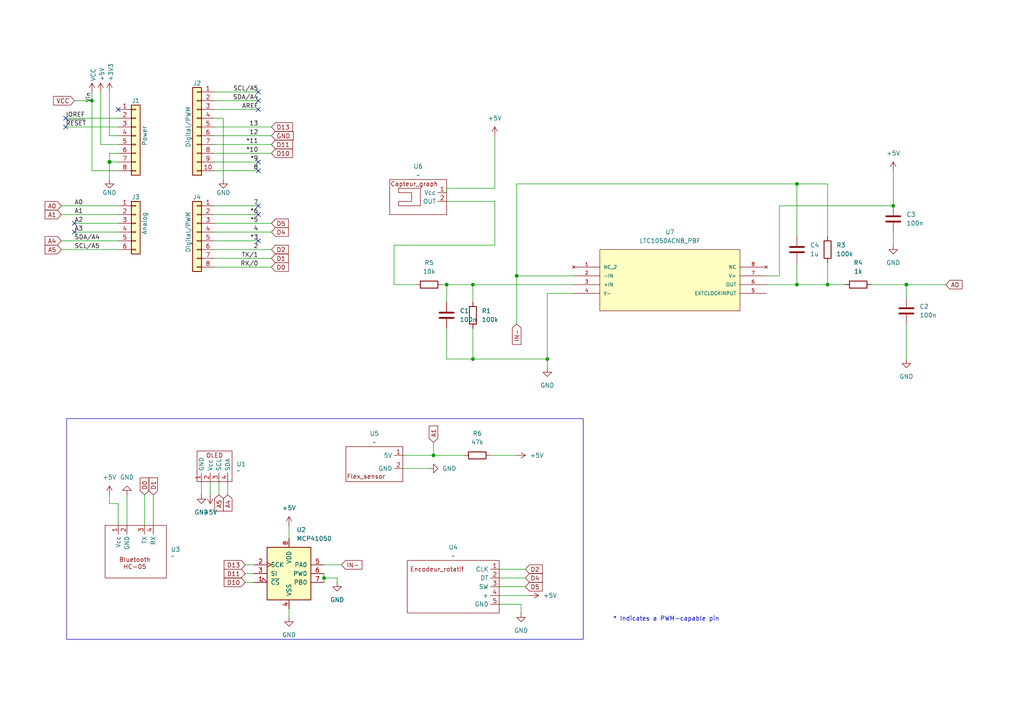
<source format=kicad_sch>
(kicad_sch (version 20231120) (generator "eeschema") (generator_version "8.0")
  (paper "A4")
  (title_block (date "mar. 31 mars 2015"))
  (lib_symbols
    (symbol "+5V_1" (power) (pin_numbers hide) (pin_names (offset 0) hide)
      (property "Value" "+5V" (at 0 3.556 0))
      (symbol "+5V_1_0_1"
        (polyline (pts (xy -0.762 1.27) (xy 0 2.54)))
        (polyline (pts (xy 0 0) (xy 0 2.54)))
        (polyline (pts (xy 0 2.54) (xy 0.762 1.27)))
      )
      (symbol "+5V_1_1_1"
        (pin power_in line (at 0 0 90) (length 0) (name "~") (number "1"))
      )
    )
    (symbol "+5V_2" (power) (pin_numbers hide) (pin_names (offset 0) hide)
      (property "Value" "+5V" (at 0 3.556 0))
      (symbol "+5V_2_0_1"
        (polyline (pts (xy -0.762 1.27) (xy 0 2.54)))
        (polyline (pts (xy 0 0) (xy 0 2.54)))
        (polyline (pts (xy 0 2.54) (xy 0.762 1.27)))
      )
      (symbol "+5V_2_1_1"
        (pin power_in line (at 0 0 90) (length 0) (name "~") (number "1"))
      )
    )
    (symbol "+5V_3" (power) (pin_numbers hide) (pin_names (offset 0) hide)
      (property "Value" "+5V" (at 0 3.556 0))
      (symbol "+5V_3_0_1"
        (polyline (pts (xy -0.762 1.27) (xy 0 2.54)))
        (polyline (pts (xy 0 0) (xy 0 2.54)))
        (polyline (pts (xy 0 2.54) (xy 0.762 1.27)))
      )
      (symbol "+5V_3_1_1"
        (pin power_in line (at 0 0 90) (length 0) (name "~") (number "1"))
      )
    )
    (symbol "+5V_4" (power) (pin_numbers hide) (pin_names (offset 0) hide)
      (property "Value" "+5V" (at 0 3.556 0))
      (symbol "+5V_4_0_1"
        (polyline (pts (xy -0.762 1.27) (xy 0 2.54)))
        (polyline (pts (xy 0 0) (xy 0 2.54)))
        (polyline (pts (xy 0 2.54) (xy 0.762 1.27)))
      )
      (symbol "+5V_4_1_1"
        (pin power_in line (at 0 0 90) (length 0) (name "~") (number "1"))
      )
    )
    (symbol "+5V_5" (power) (pin_numbers hide) (pin_names (offset 0) hide)
      (property "Value" "+5V" (at 0 3.556 0))
      (symbol "+5V_5_0_1"
        (polyline (pts (xy -0.762 1.27) (xy 0 2.54)))
        (polyline (pts (xy 0 0) (xy 0 2.54)))
        (polyline (pts (xy 0 2.54) (xy 0.762 1.27)))
      )
      (symbol "+5V_5_1_1"
        (pin power_in line (at 0 0 90) (length 0) (name "~") (number "1"))
      )
    )
    (symbol "+5V_6" (power) (pin_numbers hide) (pin_names (offset 0) hide)
      (property "Value" "+5V" (at 0 3.556 0))
      (symbol "+5V_6_0_1"
        (polyline (pts (xy -0.762 1.27) (xy 0 2.54)))
        (polyline (pts (xy 0 0) (xy 0 2.54)))
        (polyline (pts (xy 0 2.54) (xy 0.762 1.27)))
      )
      (symbol "+5V_6_1_1"
        (pin power_in line (at 0 0 90) (length 0) (name "~") (number "1"))
      )
    )
    (symbol "+5V_7" (power) (pin_numbers hide) (pin_names (offset 0) hide)
      (property "Value" "+5V" (at 0 3.556 0))
      (symbol "+5V_7_0_1"
        (polyline (pts (xy -0.762 1.27) (xy 0 2.54)))
        (polyline (pts (xy 0 0) (xy 0 2.54)))
        (polyline (pts (xy 0 2.54) (xy 0.762 1.27)))
      )
      (symbol "+5V_7_1_1"
        (pin power_in line (at 0 0 90) (length 0) (name "~") (number "1"))
      )
    )
    (symbol "Connector_Generic:Conn_01x06" (pin_names (offset 1.016) hide)
      (property "Reference" "J" (at 0 7.62 0))
      (property "Value" "Conn_01x06" (at 0 -10.16 0))
      (symbol "Conn_01x06_1_1"
        (rectangle (start -1.27 -7.493) (end 0 -7.747) (stroke (width 0.1524)))
        (rectangle (start -1.27 -4.953) (end 0 -5.207) (stroke (width 0.1524)))
        (rectangle (start -1.27 -2.413) (end 0 -2.667) (stroke (width 0.1524)))
        (rectangle (start -1.27 0.127) (end 0 -0.127) (stroke (width 0.1524)))
        (rectangle (start -1.27 2.667) (end 0 2.413) (stroke (width 0.1524)))
        (rectangle (start -1.27 5.207) (end 0 4.953) (stroke (width 0.1524)))
        (rectangle (start -1.27 6.35) (end 1.27 -8.89) (stroke (width 0.254)) (fill (type background)))
        (pin passive line (at -5.08 5.08 0) (length 3.81) (name "Pin_1") (number "1"))
        (pin passive line (at -5.08 2.54 0) (length 3.81) (name "Pin_2") (number "2"))
        (pin passive line (at -5.08 0 0) (length 3.81) (name "Pin_3") (number "3"))
        (pin passive line (at -5.08 -2.54 0) (length 3.81) (name "Pin_4") (number "4"))
        (pin passive line (at -5.08 -5.08 0) (length 3.81) (name "Pin_5") (number "5"))
        (pin passive line (at -5.08 -7.62 0) (length 3.81) (name "Pin_6") (number "6"))
      )
    )
    (symbol "Connector_Generic:Conn_01x08" (pin_names (offset 1.016) hide)
      (property "Reference" "J" (at 0 10.16 0))
      (property "Value" "Conn_01x08" (at 0 -12.7 0))
      (symbol "Conn_01x08_1_1"
        (rectangle (start -1.27 -10.033) (end 0 -10.287) (stroke (width 0.1524)))
        (rectangle (start -1.27 -7.493) (end 0 -7.747) (stroke (width 0.1524)))
        (rectangle (start -1.27 -4.953) (end 0 -5.207) (stroke (width 0.1524)))
        (rectangle (start -1.27 -2.413) (end 0 -2.667) (stroke (width 0.1524)))
        (rectangle (start -1.27 0.127) (end 0 -0.127) (stroke (width 0.1524)))
        (rectangle (start -1.27 2.667) (end 0 2.413) (stroke (width 0.1524)))
        (rectangle (start -1.27 5.207) (end 0 4.953) (stroke (width 0.1524)))
        (rectangle (start -1.27 7.747) (end 0 7.493) (stroke (width 0.1524)))
        (rectangle (start -1.27 8.89) (end 1.27 -11.43) (stroke (width 0.254)) (fill (type background)))
        (pin passive line (at -5.08 7.62 0) (length 3.81) (name "Pin_1") (number "1"))
        (pin passive line (at -5.08 5.08 0) (length 3.81) (name "Pin_2") (number "2"))
        (pin passive line (at -5.08 2.54 0) (length 3.81) (name "Pin_3") (number "3"))
        (pin passive line (at -5.08 0 0) (length 3.81) (name "Pin_4") (number "4"))
        (pin passive line (at -5.08 -2.54 0) (length 3.81) (name "Pin_5") (number "5"))
        (pin passive line (at -5.08 -5.08 0) (length 3.81) (name "Pin_6") (number "6"))
        (pin passive line (at -5.08 -7.62 0) (length 3.81) (name "Pin_7") (number "7"))
        (pin passive line (at -5.08 -10.16 0) (length 3.81) (name "Pin_8") (number "8"))
      )
    )
    (symbol "Connector_Generic:Conn_01x10" (pin_names (offset 1.016) hide)
      (property "Reference" "J" (at 0 12.7 0))
      (property "Value" "Conn_01x10" (at 0 -15.24 0))
      (symbol "Conn_01x10_1_1"
        (rectangle (start -1.27 -12.573) (end 0 -12.827) (stroke (width 0.1524)))
        (rectangle (start -1.27 -10.033) (end 0 -10.287) (stroke (width 0.1524)))
        (rectangle (start -1.27 -7.493) (end 0 -7.747) (stroke (width 0.1524)))
        (rectangle (start -1.27 -4.953) (end 0 -5.207) (stroke (width 0.1524)))
        (rectangle (start -1.27 -2.413) (end 0 -2.667) (stroke (width 0.1524)))
        (rectangle (start -1.27 0.127) (end 0 -0.127) (stroke (width 0.1524)))
        (rectangle (start -1.27 2.667) (end 0 2.413) (stroke (width 0.1524)))
        (rectangle (start -1.27 5.207) (end 0 4.953) (stroke (width 0.1524)))
        (rectangle (start -1.27 7.747) (end 0 7.493) (stroke (width 0.1524)))
        (rectangle (start -1.27 10.287) (end 0 10.033) (stroke (width 0.1524)))
        (rectangle (start -1.27 11.43) (end 1.27 -13.97) (stroke (width 0.254)) (fill (type background)))
        (pin passive line (at -5.08 10.16 0) (length 3.81) (name "Pin_1") (number "1"))
        (pin passive line (at -5.08 -12.7 0) (length 3.81) (name "Pin_10") (number "10"))
        (pin passive line (at -5.08 7.62 0) (length 3.81) (name "Pin_2") (number "2"))
        (pin passive line (at -5.08 5.08 0) (length 3.81) (name "Pin_3") (number "3"))
        (pin passive line (at -5.08 2.54 0) (length 3.81) (name "Pin_4") (number "4"))
        (pin passive line (at -5.08 0 0) (length 3.81) (name "Pin_5") (number "5"))
        (pin passive line (at -5.08 -2.54 0) (length 3.81) (name "Pin_6") (number "6"))
        (pin passive line (at -5.08 -5.08 0) (length 3.81) (name "Pin_7") (number "7"))
        (pin passive line (at -5.08 -7.62 0) (length 3.81) (name "Pin_8") (number "8"))
        (pin passive line (at -5.08 -10.16 0) (length 3.81) (name "Pin_9") (number "9"))
      )
    )
    (symbol "Device:C" (pin_numbers hide) (pin_names (offset 0.254))
      (property "Reference" "C" (at 0.635 2.54 0))
      (property "Value" "C" (at 0.635 -2.54 0))
      (symbol "C_0_1"
        (polyline (pts (xy -2.032 -0.762) (xy 2.032 -0.762)) (stroke (width 0.508)))
        (polyline (pts (xy -2.032 0.762) (xy 2.032 0.762)) (stroke (width 0.508)))
      )
      (symbol "C_1_1"
        (pin passive line (at 0 3.81 270) (length 2.794) (name "~") (number "1"))
        (pin passive line (at 0 -3.81 90) (length 2.794) (name "~") (number "2"))
      )
    )
    (symbol "Device:R" (pin_numbers hide) (pin_names (offset 0))
      (property "Reference" "R" (at 2.032 0 90))
      (property "Value" "R" (at 0 0 90))
      (symbol "R_0_1"
        (rectangle (start -1.016 -2.54) (end 1.016 2.54) (stroke (width 0.254)))
      )
      (symbol "R_1_1"
        (pin passive line (at 0 3.81 270) (length 1.27) (name "~") (number "1"))
        (pin passive line (at 0 -3.81 90) (length 1.27) (name "~") (number "2"))
      )
    )
    (symbol "GND_1" (power) (pin_numbers hide) (pin_names (offset 0) hide)
      (property "Value" "GND" (at 0 -3.81 0))
      (symbol "GND_1_0_1"
        (polyline (pts (xy 0 0) (xy 0 -1.27) (xy 1.27 -1.27) (xy 0 -2.54) (xy -1.27 -1.27) (xy 0 -1.27)))
      )
      (symbol "GND_1_1_1"
        (pin power_in line (at 0 0 270) (length 0) (name "~") (number "1"))
      )
    )
    (symbol "GND_2" (power) (pin_numbers hide) (pin_names (offset 0) hide)
      (property "Value" "GND" (at 0 -3.81 0))
      (symbol "GND_2_0_1"
        (polyline (pts (xy 0 0) (xy 0 -1.27) (xy 1.27 -1.27) (xy 0 -2.54) (xy -1.27 -1.27) (xy 0 -1.27)))
      )
      (symbol "GND_2_1_1"
        (pin power_in line (at 0 0 270) (length 0) (name "~") (number "1"))
      )
    )
    (symbol "GND_3" (power) (pin_numbers hide) (pin_names (offset 0) hide)
      (property "Value" "GND" (at 0 -3.81 0))
      (symbol "GND_3_0_1"
        (polyline (pts (xy 0 0) (xy 0 -1.27) (xy 1.27 -1.27) (xy 0 -2.54) (xy -1.27 -1.27) (xy 0 -1.27)))
      )
      (symbol "GND_3_1_1"
        (pin power_in line (at 0 0 270) (length 0) (name "~") (number "1"))
      )
    )
    (symbol "GND_4" (power) (pin_numbers hide) (pin_names (offset 0) hide)
      (property "Value" "GND" (at 0 -3.81 0))
      (symbol "GND_4_0_1"
        (polyline (pts (xy 0 0) (xy 0 -1.27) (xy 1.27 -1.27) (xy 0 -2.54) (xy -1.27 -1.27) (xy 0 -1.27)))
      )
      (symbol "GND_4_1_1"
        (pin power_in line (at 0 0 270) (length 0) (name "~") (number "1"))
      )
    )
    (symbol "GND_5" (power) (pin_numbers hide) (pin_names (offset 0) hide)
      (property "Value" "GND" (at 0 -3.81 0))
      (symbol "GND_5_0_1"
        (polyline (pts (xy 0 0) (xy 0 -1.27) (xy 1.27 -1.27) (xy 0 -2.54) (xy -1.27 -1.27) (xy 0 -1.27)))
      )
      (symbol "GND_5_1_1"
        (pin power_in line (at 0 0 270) (length 0) (name "~") (number "1"))
      )
    )
    (symbol "GND_6" (power) (pin_numbers hide) (pin_names (offset 0) hide)
      (property "Value" "GND" (at 0 -3.81 0))
      (symbol "GND_6_0_1"
        (polyline (pts (xy 0 0) (xy 0 -1.27) (xy 1.27 -1.27) (xy 0 -2.54) (xy -1.27 -1.27) (xy 0 -1.27)))
      )
      (symbol "GND_6_1_1"
        (pin power_in line (at 0 0 270) (length 0) (name "~") (number "1"))
      )
    )
    (symbol "GND_7" (power) (pin_numbers hide) (pin_names (offset 0) hide)
      (property "Value" "GND" (at 0 -3.81 0))
      (symbol "GND_7_0_1"
        (polyline (pts (xy 0 0) (xy 0 -1.27) (xy 1.27 -1.27) (xy 0 -2.54) (xy -1.27 -1.27) (xy 0 -1.27)))
      )
      (symbol "GND_7_1_1"
        (pin power_in line (at 0 0 270) (length 0) (name "~") (number "1"))
      )
    )
    (symbol "GND_8" (power) (pin_numbers hide) (pin_names (offset 0) hide)
      (property "Value" "GND" (at 0 -3.81 0))
      (symbol "GND_8_0_1"
        (polyline (pts (xy 0 0) (xy 0 -1.27) (xy 1.27 -1.27) (xy 0 -2.54) (xy -1.27 -1.27) (xy 0 -1.27)))
      )
      (symbol "GND_8_1_1"
        (pin power_in line (at 0 0 270) (length 0) (name "~") (number "1"))
      )
    )
    (symbol "GND_9" (power) (pin_numbers hide) (pin_names (offset 0) hide)
      (property "Value" "GND" (at 0 -3.81 0))
      (symbol "GND_9_0_1"
        (polyline (pts (xy 0 0) (xy 0 -1.27) (xy 1.27 -1.27) (xy 0 -2.54) (xy -1.27 -1.27) (xy 0 -1.27)))
      )
      (symbol "GND_9_1_1"
        (pin power_in line (at 0 0 270) (length 0) (name "~") (number "1"))
      )
    )
    (symbol "Librairie_Symbole:BLUETOOTH"
      (property "Reference" "U" (at 0 0 0))
      (symbol "BLUETOOTH_0_1"
        (rectangle (start -8.89 0) (end 8.89 -15.24))
      )
      (symbol "BLUETOOTH_1_1"
        (text "Bluetooth\nHC-05" (at -0.254 -10.922 0) (effects (font (size 1.27 1.27))))
        (pin input line (at -5.08 0 270) (length 2.54) (name "Vcc") (number "1"))
        (pin input line (at -2.54 0 270) (length 2.54) (name "GND") (number "2"))
        (pin input line (at 2.54 0 270) (length 2.54) (name "TX") (number "3"))
        (pin input line (at 5.08 0 270) (length 2.54) (name "RX") (number "4"))
      )
    )
    (symbol "Librairie_Symbole:Capteur_grap"
      (property "Reference" "U" (at 0 0 0))
      (symbol "Capteur_grap_0_1"
        (rectangle (start -16.51 0) (end 0 -10.16))
        (polyline (pts (xy -13.97 -2.54) (xy -7.62 -2.54) (xy -7.62 -7.62) (xy -13.97 -7.62) (xy -13.97 -6.35) (xy -10.16 -6.35) (xy -10.16 -3.81) (xy -13.97 -3.81) (xy -13.97 -2.54)))
      )
      (symbol "Capteur_grap_1_1"
        (text "Capteur_graph\n" (at -9.398 -1.27 0) (effects (font (size 1.27 1.27))))
        (pin input line (at 0 -3.81 180) (length 2.54) (name "Vcc") (number "1"))
        (pin input line (at 0 -6.35 180) (length 2.54) (name "OUT") (number "2"))
      )
    )
    (symbol "Librairie_Symbole:Encodeur_rotatif"
      (property "Reference" "U" (at 0 0 0))
      (symbol "Encodeur_rotatif_0_1"
        (rectangle (start -26.67 -2.54) (end 0 -17.78))
      )
      (symbol "Encodeur_rotatif_1_1"
        (text "Encodeur_rotatif" (at -18.034 -5.08 0) (effects (font (size 1.27 1.27))))
        (pin input line (at 0 -5.08 180) (length 2.54) (name "CLK") (number "1"))
        (pin input line (at 0 -7.62 180) (length 2.54) (name "DT") (number "2"))
        (pin input line (at 0 -10.16 180) (length 2.54) (name "SW") (number "3"))
        (pin input line (at 0 -12.7 180) (length 2.54) (name "+") (number "4"))
        (pin input line (at 0 -15.24 180) (length 2.54) (name "GND") (number "5"))
      )
    )
    (symbol "Librairie_Symbole:Flex_sensor"
      (property "Reference" "U" (at 0 0 0))
      (symbol "Flex_sensor_0_1"
        (rectangle (start -16.51 0) (end 0 -10.16))
      )
      (symbol "Flex_sensor_1_1"
        (text "Flex_sensor" (at -10.668 -8.636 0) (effects (font (size 1.27 1.27))))
        (pin input line (at 0 -2.54 180) (length 2.54) (name "5V") (number "1"))
        (pin input line (at 0 -6.35 180) (length 2.54) (name "GND") (number "2"))
      )
    )
    (symbol "Librairie_Symbole:LTC1050ACN8_PBF" (pin_names (offset 1.016))
      (property "Reference" "U" (at 23.2285 9.1237 0))
      (property "Value" "LTC1050ACN8_PBF" (at 22.6204 6.5902 0))
      (symbol "LTC1050ACN8_PBF_0_0"
        (rectangle (start 7.62 -12.7) (end 48.26 5.08) (stroke (width 0.1524)) (fill (type background)))
        (pin no_connect line (at 0 0 0) (length 7.62) (name "NC_2") (number "1"))
        (pin input line (at 0 -2.54 0) (length 7.62) (name "-IN") (number "2"))
        (pin input line (at 0 -5.08 0) (length 7.62) (name "+IN") (number "3"))
        (pin power_in line (at 0 -7.62 0) (length 7.62) (name "V-") (number "4"))
        (pin input line (at 55.88 -7.62 180) (length 7.62) (name "EXTCLOCKINPUT") (number "5"))
        (pin output line (at 55.88 -5.08 180) (length 7.62) (name "OUT") (number "6"))
        (pin power_in line (at 55.88 -2.54 180) (length 7.62) (name "V+") (number "7"))
        (pin no_connect line (at 55.88 0 180) (length 7.62) (name "NC") (number "8"))
      )
    )
    (symbol "Librairie_Symbole:OLED"
      (property "Reference" "U" (at 0 7.62 0))
      (symbol "OLED_0_1"
        (rectangle (start -5.08 6.35) (end 5.08 -2.54))
      )
      (symbol "OLED_1_1"
        (text "OLED" (at 0 5.08 0) (effects (font (size 1.27 1.27))))
        (pin input line (at -3.81 -2.54 90) (length 2.54) (name "GND") (number "1"))
        (pin input line (at -1.27 -2.54 90) (length 2.54) (name "Vcc") (number "2"))
        (pin input line (at 1.27 -2.54 90) (length 2.54) (name "SCL") (number "3"))
        (pin input line (at 3.81 -2.54 90) (length 2.54) (name "SDA") (number "4"))
      )
    )
    (symbol "Potentiometer_Digital:MCP41050" (pin_names (offset 1.016))
      (property "Reference" "U" (at -6.35 8.89 0))
      (property "Value" "MCP41050" (at 1.27 8.89 0))
      (symbol "MCP41050_0_1"
        (rectangle (start -6.35 7.62) (end 6.35 -7.62) (stroke (width 0.254)) (fill (type background)))
      )
      (symbol "MCP41050_1_1"
        (pin input input_low (at -10.16 -2.54 0) (length 3.81) (name "~{CS}") (number "1"))
        (pin passive clock (at -10.16 2.54 0) (length 3.81) (name "SCK") (number "2"))
        (pin input line (at -10.16 0 0) (length 3.81) (name "SI") (number "3"))
        (pin power_in line (at 0 -10.16 90) (length 2.54) (name "VSS") (number "4"))
        (pin passive line (at 10.16 2.54 180) (length 3.81) (name "PA0") (number "5"))
        (pin passive line (at 10.16 0 180) (length 3.81) (name "PW0") (number "6"))
        (pin passive line (at 10.16 -2.54 180) (length 3.81) (name "PB0") (number "7"))
        (pin power_in line (at 0 10.16 270) (length 2.54) (name "VDD") (number "8"))
      )
    )
    (symbol "power:+3V3" (power) (pin_names (offset 0))
      (property "Value" "+3V3" (at 0 3.556 0))
      (symbol "+3V3_0_1"
        (polyline (pts (xy -0.762 1.27) (xy 0 2.54)))
        (polyline (pts (xy 0 0) (xy 0 2.54)))
        (polyline (pts (xy 0 2.54) (xy 0.762 1.27)))
      )
      (symbol "+3V3_1_1"
        (pin power_in line (at 0 0 90) (length 0) hide (name "+3V3") (number "1"))
      )
    )
    (symbol "power:+5V" (power) (pin_names (offset 0))
      (property "Value" "+5V" (at 0 3.556 0))
      (symbol "+5V_0_1"
        (polyline (pts (xy -0.762 1.27) (xy 0 2.54)))
        (polyline (pts (xy 0 0) (xy 0 2.54)))
        (polyline (pts (xy 0 2.54) (xy 0.762 1.27)))
      )
      (symbol "+5V_1_1"
        (pin power_in line (at 0 0 90) (length 0) hide (name "+5V") (number "1"))
      )
    )
    (symbol "power:GND" (power) (pin_names (offset 0))
      (property "Value" "GND" (at 0 -3.81 0))
      (symbol "GND_0_1"
        (polyline (pts (xy 0 0) (xy 0 -1.27) (xy 1.27 -1.27) (xy 0 -2.54) (xy -1.27 -1.27) (xy 0 -1.27)))
      )
      (symbol "GND_1_1"
        (pin power_in line (at 0 0 270) (length 0) hide (name "GND") (number "1"))
      )
    )
    (symbol "power:VCC" (power) (pin_names (offset 0))
      (property "Value" "VCC" (at 0 3.81 0))
      (symbol "VCC_0_1"
        (polyline (pts (xy -0.762 1.27) (xy 0 2.54)))
        (polyline (pts (xy 0 0) (xy 0 2.54)))
        (polyline (pts (xy 0 2.54) (xy 0.762 1.27)))
      )
      (symbol "VCC_1_1"
        (pin power_in line (at 0 0 90) (length 0) hide (name "VCC") (number "1"))
      )
    )
  )
  (junction (at 231.14 82.55))
  (junction (at 158.75 104.14))
  (junction (at 31.75 46.99) (diameter 1.016))
  (junction (at 125.73 132.08))
  (junction (at 137.16 82.55))
  (junction (at 262.89 82.55))
  (junction (at 93.98 167.64))
  (junction (at 26.67 29.21))
  (junction (at 137.16 104.14))
  (junction (at 259.08 59.69))
  (junction (at 240.03 82.55))
  (junction (at 231.14 53.34))
  (junction (at 129.54 82.55))
  (junction (at 149.86 80.01))
  (no_connect (at 21.59 64.77))
  (no_connect (at 74.93 46.99))
  (no_connect (at 74.93 59.69))
  (no_connect (at 74.93 31.75))
  (no_connect (at 74.93 62.23))
  (no_connect (at 21.59 67.31))
  (no_connect (at 19.05 34.29))
  (no_connect (at 74.93 26.67))
  (no_connect (at 74.93 49.53))
  (no_connect (at 34.29 31.75))
  (no_connect (at 74.93 69.85))
  (no_connect (at 74.93 29.21))
  (no_connect (at 19.05 36.83))
  (wire (pts (xy 116.84 132.08) (xy 125.73 132.08)))
  (wire (pts (xy 62.23 77.47) (xy 78.74 77.47)))
  (wire (pts (xy 125.73 132.08) (xy 134.62 132.08)))
  (wire (pts (xy 259.08 67.31) (xy 259.08 71.12)))
  (wire (pts (xy 129.54 54.61) (xy 143.51 54.61)))
  (wire (pts (xy 62.23 44.45) (xy 78.74 44.45)))
  (wire (pts (xy 137.16 82.55) (xy 166.37 82.55)))
  (wire (pts (xy 62.23 26.67) (xy 74.93 26.67)))
  (wire (pts (xy 17.78 62.23) (xy 34.29 62.23)))
  (wire (pts (xy 137.16 82.55) (xy 137.16 87.63)))
  (wire (pts (xy 149.86 53.34) (xy 149.86 80.01)))
  (wire (pts (xy 31.75 44.45) (xy 31.75 46.99)))
  (wire (pts (xy 231.14 68.58) (xy 231.14 53.34)))
  (wire (pts (xy 17.78 69.85) (xy 34.29 69.85)))
  (wire (pts (xy 31.75 46.99) (xy 31.75 52.07)))
  (wire (pts (xy 41.91 143.51) (xy 41.91 152.4)))
  (wire (pts (xy 31.75 39.37) (xy 34.29 39.37)))
  (wire (pts (xy 29.21 41.91) (xy 34.29 41.91)))
  (wire (pts (xy 262.89 93.98) (xy 262.89 104.14)))
  (wire (pts (xy 29.21 26.67) (xy 29.21 41.91)))
  (wire (pts (xy 62.23 36.83) (xy 78.74 36.83)))
  (wire (pts (xy 31.75 26.67) (xy 31.75 39.37)))
  (wire (pts (xy 62.23 59.69) (xy 74.93 59.69)))
  (wire (pts (xy 62.23 39.37) (xy 78.74 39.37)))
  (wire (pts (xy 231.14 76.2) (xy 231.14 82.55)))
  (wire (pts (xy 62.23 62.23) (xy 74.93 62.23)))
  (wire (pts (xy 142.24 132.08) (xy 149.86 132.08)))
  (wire (pts (xy 21.59 29.21) (xy 26.67 29.21)))
  (wire (pts (xy 60.96 139.7) (xy 60.96 143.51)))
  (wire (pts (xy 151.13 175.26) (xy 151.13 177.8)))
  (wire (pts (xy 71.12 166.37) (xy 73.66 166.37)))
  (wire (pts (xy 158.75 104.14) (xy 158.75 106.68)))
  (wire (pts (xy 93.98 167.64) (xy 93.98 168.91)))
  (wire (pts (xy 144.78 172.72) (xy 153.67 172.72)))
  (wire (pts (xy 62.23 46.99) (xy 74.93 46.99)))
  (wire (pts (xy 36.83 143.51) (xy 36.83 152.4)))
  (wire (pts (xy 144.78 175.26) (xy 151.13 175.26)))
  (wire (pts (xy 17.78 59.69) (xy 34.29 59.69)))
  (wire (pts (xy 62.23 67.31) (xy 78.74 67.31)))
  (wire (pts (xy 31.75 146.05) (xy 34.29 146.05)))
  (wire (pts (xy 44.45 143.51) (xy 44.45 152.4)))
  (wire (pts (xy 19.05 34.29) (xy 34.29 34.29)))
  (wire (pts (xy 222.25 82.55) (xy 231.14 82.55)))
  (wire (pts (xy 144.78 167.64) (xy 152.4 167.64)))
  (wire (pts (xy 129.54 58.42) (xy 143.51 58.42)))
  (wire (pts (xy 71.12 163.83) (xy 73.66 163.83)))
  (wire (pts (xy 129.54 104.14) (xy 137.16 104.14)))
  (wire (pts (xy 114.3 71.12) (xy 114.3 82.55)))
  (wire (pts (xy 64.77 34.29) (xy 64.77 52.07)))
  (wire (pts (xy 144.78 170.18) (xy 152.4 170.18)))
  (wire (pts (xy 62.23 31.75) (xy 74.93 31.75)))
  (wire (pts (xy 129.54 82.55) (xy 129.54 87.63)))
  (wire (pts (xy 129.54 95.25) (xy 129.54 104.14)))
  (wire (pts (xy 166.37 85.09) (xy 158.75 85.09)))
  (wire (pts (xy 240.03 82.55) (xy 245.11 82.55)))
  (wire (pts (xy 97.79 167.64) (xy 97.79 168.91)))
  (wire (pts (xy 34.29 64.77) (xy 21.59 64.77)))
  (wire (pts (xy 19.05 36.83) (xy 34.29 36.83)))
  (wire (pts (xy 137.16 95.25) (xy 137.16 104.14)))
  (wire (pts (xy 34.29 46.99) (xy 31.75 46.99)))
  (wire (pts (xy 31.75 143.51) (xy 31.75 146.05)))
  (wire (pts (xy 129.54 82.55) (xy 137.16 82.55)))
  (wire (pts (xy 26.67 29.21) (xy 26.67 26.67)))
  (wire (pts (xy 129.54 55.88) (xy 129.54 54.61)))
  (wire (pts (xy 231.14 53.34) (xy 149.86 53.34)))
  (wire (pts (xy 166.37 80.01) (xy 149.86 80.01)))
  (wire (pts (xy 34.29 49.53) (xy 26.67 49.53)))
  (wire (pts (xy 125.73 128.27) (xy 125.73 132.08)))
  (wire (pts (xy 222.25 80.01) (xy 226.06 80.01)))
  (wire (pts (xy 259.08 49.53) (xy 259.08 59.69)))
  (wire (pts (xy 63.5 139.7) (xy 63.5 143.51)))
  (wire (pts (xy 83.82 176.53) (xy 83.82 179.07)))
  (wire (pts (xy 128.27 82.55) (xy 129.54 82.55)))
  (wire (pts (xy 62.23 34.29) (xy 64.77 34.29)))
  (wire (pts (xy 143.51 71.12) (xy 114.3 71.12)))
  (wire (pts (xy 137.16 104.14) (xy 158.75 104.14)))
  (wire (pts (xy 83.82 152.4) (xy 83.82 156.21)))
  (wire (pts (xy 34.29 44.45) (xy 31.75 44.45)))
  (wire (pts (xy 62.23 41.91) (xy 78.74 41.91)))
  (wire (pts (xy 252.73 82.55) (xy 262.89 82.55)))
  (wire (pts (xy 93.98 166.37) (xy 93.98 167.64)))
  (wire (pts (xy 240.03 53.34) (xy 240.03 68.58)))
  (wire (pts (xy 58.42 139.7) (xy 58.42 143.51)))
  (wire (pts (xy 62.23 64.77) (xy 78.74 64.77)))
  (wire (pts (xy 143.51 58.42) (xy 143.51 71.12)))
  (wire (pts (xy 21.59 67.31) (xy 34.29 67.31)))
  (wire (pts (xy 262.89 82.55) (xy 262.89 86.36)))
  (wire (pts (xy 143.51 54.61) (xy 143.51 39.37)))
  (wire (pts (xy 149.86 80.01) (xy 149.86 93.98)))
  (wire (pts (xy 226.06 80.01) (xy 226.06 59.69)))
  (wire (pts (xy 114.3 82.55) (xy 120.65 82.55)))
  (wire (pts (xy 231.14 82.55) (xy 240.03 82.55)))
  (wire (pts (xy 226.06 59.69) (xy 259.08 59.69)))
  (wire (pts (xy 66.04 139.7) (xy 66.04 143.51)))
  (wire (pts (xy 93.98 163.83) (xy 99.06 163.83)))
  (wire (pts (xy 71.12 168.91) (xy 73.66 168.91)))
  (wire (pts (xy 62.23 29.21) (xy 74.93 29.21)))
  (wire (pts (xy 262.89 82.55) (xy 274.32 82.55)))
  (wire (pts (xy 231.14 53.34) (xy 240.03 53.34)))
  (wire (pts (xy 62.23 72.39) (xy 78.74 72.39)))
  (wire (pts (xy 34.29 146.05) (xy 34.29 152.4)))
  (wire (pts (xy 93.98 167.64) (xy 97.79 167.64)))
  (wire (pts (xy 17.78 72.39) (xy 34.29 72.39)))
  (wire (pts (xy 62.23 69.85) (xy 74.93 69.85)))
  (wire (pts (xy 116.84 135.89) (xy 124.46 135.89)))
  (wire (pts (xy 62.23 74.93) (xy 78.74 74.93)))
  (wire (pts (xy 158.75 85.09) (xy 158.75 104.14)))
  (wire (pts (xy 26.67 49.53) (xy 26.67 29.21)))
  (wire (pts (xy 240.03 76.2) (xy 240.03 82.55)))
  (wire (pts (xy 144.78 165.1) (xy 152.4 165.1)))
  (wire (pts (xy 62.23 49.53) (xy 74.93 49.53)))
  (rectangle (start 19.304 121.412) (end 169.164 185.42))
  (text "* Indicates a PWM-capable pin" (at 177.8 180.34 0) (effects (font (size 1.27 1.27)) (justify left bottom)))
  (label "RX{slash}0" (at 74.93 77.47 180))
  (label "A2" (at 21.59 64.77 0))
  (label "4" (at 74.93 67.31 180))
  (label "2" (at 74.93 72.39 180))
  (label "A3" (at 21.59 67.31 0))
  (label "13" (at 74.93 36.83 180))
  (label "12" (at 74.93 39.37 180))
  (label "~{RESET}" (at 19.05 36.83 0))
  (label "*10" (at 74.93 44.45 180))
  (label "7" (at 74.93 59.69 180))
  (label "SDA{slash}A4" (at 74.93 29.21 180))
  (label "8" (at 74.93 49.53 180))
  (label "*11" (at 74.93 41.91 180))
  (label "*3" (at 74.93 69.85 180))
  (label "A1" (at 21.59 62.23 0))
  (label "TX{slash}1" (at 74.93 74.93 180))
  (label "A0" (at 21.59 59.69 0))
  (label "AREF" (at 74.93 31.75 180))
  (label "Vin" (at 26.67 26.67 270))
  (label "*6" (at 74.93 62.23 180))
  (label "SCL{slash}A5" (at 74.93 26.67 180))
  (label "*9" (at 74.93 46.99 180))
  (label "*5" (at 74.93 64.77 180))
  (label "IOREF" (at 19.05 34.29 0))
  (label "SDA{slash}A4" (at 21.59 69.85 0))
  (label "SCL{slash}A5" (at 21.59 72.39 0))
  (global_label "D5" (shape input) (at 152.4 170.18 0) (property "Intersheetrefs" "${INTERSHEET_REFS}" (effects (hide yes))))
  (global_label "D0" (shape input) (at 78.74 77.47 0) (property "Intersheetrefs" "${INTERSHEET_REFS}" (effects (hide yes))))
  (global_label "A4" (shape input) (at 66.04 143.51 270) (property "Intersheetrefs" "${INTERSHEET_REFS}" (effects (hide yes))))
  (global_label "IN-" (shape input) (at 99.06 163.83 0) (property "Intersheetrefs" "${INTERSHEET_REFS}" (effects (hide yes))))
  (global_label "A1" (shape input) (at 17.78 62.23 180) (property "Intersheetrefs" "${INTERSHEET_REFS}" (effects (hide yes))))
  (global_label "D1" (shape input) (at 78.74 74.93 0) (property "Intersheetrefs" "${INTERSHEET_REFS}" (effects (hide yes))))
  (global_label "D0" (shape input) (at 41.91 143.51 90) (property "Intersheetrefs" "${INTERSHEET_REFS}" (effects (hide yes))))
  (global_label "GND" (shape input) (at 78.74 39.37 0) (property "Intersheetrefs" "${INTERSHEET_REFS}" (effects (hide yes))))
  (global_label "A4" (shape input) (at 17.78 69.85 180) (property "Intersheetrefs" "${INTERSHEET_REFS}" (effects (hide yes))))
  (global_label "A5" (shape input) (at 17.78 72.39 180) (property "Intersheetrefs" "${INTERSHEET_REFS}" (effects (hide yes))))
  (global_label "D1" (shape input) (at 44.45 143.51 90) (property "Intersheetrefs" "${INTERSHEET_REFS}" (effects (hide yes))))
  (global_label "A0" (shape input) (at 17.78 59.69 180) (property "Intersheetrefs" "${INTERSHEET_REFS}" (effects (hide yes))))
  (global_label "IN-" (shape input) (at 149.86 93.98 270) (property "Intersheetrefs" "${INTERSHEET_REFS}" (effects (hide yes))))
  (global_label "D4" (shape input) (at 78.74 67.31 0) (property "Intersheetrefs" "${INTERSHEET_REFS}" (effects (hide yes))))
  (global_label "VCC" (shape input) (at 21.59 29.21 180) (property "Intersheetrefs" "${INTERSHEET_REFS}" (effects (hide yes))))
  (global_label "A5" (shape input) (at 63.5 143.51 270) (property "Intersheetrefs" "${INTERSHEET_REFS}" (effects (hide yes))))
  (global_label "A1" (shape input) (at 125.73 128.27 90) (property "Intersheetrefs" "${INTERSHEET_REFS}" (effects (hide yes))))
  (global_label "D11" (shape input) (at 78.74 41.91 0) (property "Intersheetrefs" "${INTERSHEET_REFS}" (effects (hide yes))))
  (global_label "D5" (shape input) (at 78.74 64.77 0) (property "Intersheetrefs" "${INTERSHEET_REFS}" (effects (hide yes))))
  (global_label "D2" (shape input) (at 78.74 72.39 0) (property "Intersheetrefs" "${INTERSHEET_REFS}" (effects (hide yes))))
  (global_label "D13" (shape input) (at 78.74 36.83 0) (property "Intersheetrefs" "${INTERSHEET_REFS}" (effects (hide yes))))
  (global_label "A0" (shape input) (at 274.32 82.55 0) (property "Intersheetrefs" "${INTERSHEET_REFS}" (effects (hide yes))))
  (global_label "D13" (shape input) (at 71.12 163.83 180) (property "Intersheetrefs" "${INTERSHEET_REFS}" (effects (hide yes))))
  (global_label "D10" (shape input) (at 78.74 44.45 0) (property "Intersheetrefs" "${INTERSHEET_REFS}" (effects (hide yes))))
  (global_label "D11" (shape input) (at 71.12 166.37 180) (property "Intersheetrefs" "${INTERSHEET_REFS}" (effects (hide yes))))
  (global_label "D2" (shape input) (at 152.4 165.1 0) (property "Intersheetrefs" "${INTERSHEET_REFS}" (effects (hide yes))))
  (global_label "D10" (shape input) (at 71.12 168.91 180) (property "Intersheetrefs" "${INTERSHEET_REFS}" (effects (hide yes))))
  (global_label "D4" (shape input) (at 152.4 167.64 0) (property "Intersheetrefs" "${INTERSHEET_REFS}" (effects (hide yes))))
  (symbol (lib_id "Connector_Generic:Conn_01x08") (at 39.37 39.37 0) (unit 1)
    (property "Reference" "J1" (at 39.37 29.21 0))
    (property "Value" "Power" (at 41.91 39.37 90))
    (property "Footprint" "Connector_PinSocket_2.54mm:PinSocket_1x08_P2.54mm_Vertical" (effects (hide yes)))
  )
  (symbol (lib_id "power:+3V3") (at 31.75 26.67 0) (unit 1)
    (property "Reference" "#PWR03" (effects (hide yes)))
    (property "Value" "+3V3" (at 32.131 23.622 90) (effects (justify left)))
  )
  (symbol (lib_id "power:+5V") (at 29.21 26.67 0) (unit 1)
    (property "Reference" "#PWR02" (effects (hide yes)))
    (property "Value" "+5V" (at 29.5656 23.622 90) (effects (justify left)))
  )
  (symbol (lib_id "power:GND") (at 31.75 52.07 0) (unit 1)
    (property "Reference" "#PWR04" (effects (hide yes)))
    (property "Value" "GND" (at 31.75 55.88 0))
  )
  (symbol (lib_id "Connector_Generic:Conn_01x10") (at 57.15 36.83 0) (mirror y) (unit 1)
    (property "Reference" "J2" (at 57.15 24.13 0))
    (property "Value" "Digital/PWM" (at 54.61 36.83 90))
    (property "Footprint" "Connector_PinSocket_2.54mm:PinSocket_1x10_P2.54mm_Vertical" (effects (hide yes)))
  )
  (symbol (lib_id "power:GND") (at 64.77 52.07 0) (unit 1)
    (property "Reference" "#PWR05" (effects (hide yes)))
    (property "Value" "GND" (at 64.77 55.88 0))
  )
  (symbol (lib_id "Connector_Generic:Conn_01x06") (at 39.37 64.77 0) (unit 1)
    (property "Reference" "J3" (at 39.37 57.15 0))
    (property "Value" "Analog" (at 41.91 64.77 90))
    (property "Footprint" "Connector_PinSocket_2.54mm:PinSocket_1x06_P2.54mm_Vertical" (effects (hide yes)))
  )
  (symbol (lib_id "Connector_Generic:Conn_01x08") (at 57.15 67.31 0) (mirror y) (unit 1)
    (property "Reference" "J4" (at 57.15 57.15 0))
    (property "Value" "Digital/PWM" (at 54.61 67.31 90))
    (property "Footprint" "Connector_PinSocket_2.54mm:PinSocket_1x08_P2.54mm_Vertical" (effects (hide yes)))
  )
  (symbol (lib_name "GND_1") (lib_id "power:GND") (at 36.83 143.51 180) (unit 1)
    (property "Reference" "#PWR06" (effects (hide yes)))
    (property "Value" "GND" (at 36.83 138.43 0))
    (property "Description" "Power symbol creates a global label with name \"GND\" , ground" (effects (hide yes)))
  )
  (symbol (lib_id "Librairie_Symbole:Capteur_grap") (at 129.54 52.07 0) (unit 1)
    (property "Reference" "U6" (at 121.285 48.26 0))
    (property "Value" "~" (at 121.285 50.8 0))
    (property "Footprint" "Librairie_Empreinte:Capt_grap" (effects (hide yes)))
  )
  (symbol (lib_id "Librairie_Symbole:Flex_sensor") (at 116.84 129.54 0) (unit 1)
    (property "Reference" "U5" (at 108.585 125.73 0))
    (property "Value" "~" (at 108.585 128.27 0))
    (property "Footprint" "Librairie_Empreinte:Flex_sensor" (effects (hide yes)))
  )
  (symbol (lib_id "Device:C") (at 262.89 90.17 0) (unit 1)
    (property "Reference" "C2" (at 266.7 88.8999 0) (effects (justify left)))
    (property "Value" "100n" (at 266.7 91.4399 0) (effects (justify left)))
    (property "Footprint" "Capacitor_THT:C_Disc_D3.8mm_W2.6mm_P2.50mm" (effects (hide yes)))
    (property "Description" "Unpolarized capacitor" (effects (hide yes)))
  )
  (symbol (lib_name "+5V_1") (lib_id "power:+5V") (at 31.75 143.51 0) (unit 1)
    (property "Reference" "#PWR07" (effects (hide yes)))
    (property "Value" "+5V" (at 31.75 138.43 0))
    (property "Description" "Power symbol creates a global label with name \"+5V\"" (effects (hide yes)))
  )
  (symbol (lib_name "GND_5") (lib_id "power:GND") (at 124.46 135.89 90) (unit 1)
    (property "Reference" "#PWR014" (effects (hide yes)))
    (property "Value" "GND" (at 128.27 135.8899 90) (effects (justify right)))
    (property "Description" "Power symbol creates a global label with name \"GND\" , ground" (effects (hide yes)))
  )
  (symbol (lib_name "+5V_7") (lib_id "power:+5V") (at 259.08 49.53 0) (unit 1)
    (property "Reference" "#PWR018" (effects (hide yes)))
    (property "Value" "+5V" (at 259.08 44.45 0))
    (property "Description" "Power symbol creates a global label with name \"+5V\"" (effects (hide yes)))
  )
  (symbol (lib_id "Device:C") (at 129.54 91.44 0) (unit 1)
    (property "Reference" "C1" (at 133.35 90.1699 0) (effects (justify left)))
    (property "Value" "100n" (at 133.35 92.7099 0) (effects (justify left)))
    (property "Footprint" "Capacitor_THT:C_Disc_D3.8mm_W2.6mm_P2.50mm" (effects (hide yes)))
    (property "Description" "Unpolarized capacitor" (effects (hide yes)))
  )
  (symbol (lib_id "Potentiometer_Digital:MCP41050") (at 83.82 166.37 0) (unit 1)
    (property "Reference" "U2" (at 86.0141 153.67 0) (effects (justify left)))
    (property "Value" "MCP41050" (at 86.0141 156.21 0) (effects (justify left)))
    (property "Footprint" "Librairie_Empreinte:MCP41050" (effects (hide yes)))
    (property "Datasheet" "http://ww1.microchip.com/downloads/en/DeviceDoc/11195c.pdf" (effects (hide yes)))
    (property "Description" "Single Digital Potentiometer, SPI interface, 256 taps, 50 kohm" (effects (hide yes)))
  )
  (symbol (lib_name "GND_2") (lib_id "power:GND") (at 58.42 143.51 0) (unit 1)
    (property "Reference" "#PWR08" (effects (hide yes)))
    (property "Value" "GND" (at 58.42 148.59 0))
    (property "Description" "Power symbol creates a global label with name \"GND\" , ground" (effects (hide yes)))
  )
  (symbol (lib_id "Device:R") (at 248.92 82.55 90) (unit 1)
    (property "Reference" "R4" (at 248.92 76.2 90))
    (property "Value" "1k" (at 248.92 78.74 90))
    (property "Footprint" "Resistor_THT:R_Axial_DIN0204_L3.6mm_D1.6mm_P7.62mm_Horizontal" (effects (hide yes)))
    (property "Description" "Resistor" (effects (hide yes)))
  )
  (symbol (lib_name "GND_6") (lib_id "power:GND") (at 151.13 177.8 0) (unit 1)
    (property "Reference" "#PWR015" (effects (hide yes)))
    (property "Value" "GND" (at 151.13 182.88 0))
    (property "Description" "Power symbol creates a global label with name \"GND\" , ground" (effects (hide yes)))
  )
  (symbol (lib_name "+5V_3") (lib_id "power:+5V") (at 83.82 152.4 0) (unit 1)
    (property "Reference" "#PWR010" (effects (hide yes)))
    (property "Value" "+5V" (at 83.82 147.32 0))
    (property "Description" "Power symbol creates a global label with name \"+5V\"" (effects (hide yes)))
  )
  (symbol (lib_id "Device:C") (at 231.14 72.39 0) (unit 1)
    (property "Reference" "C4" (at 234.95 71.1199 0) (effects (justify left)))
    (property "Value" "1u" (at 234.95 73.6599 0) (effects (justify left)))
    (property "Footprint" "Capacitor_THT:C_Disc_D3.8mm_W2.6mm_P2.50mm" (effects (hide yes)))
    (property "Description" "Unpolarized capacitor" (effects (hide yes)))
  )
  (symbol (lib_name "GND_7") (lib_id "power:GND") (at 262.89 104.14 0) (unit 1)
    (property "Reference" "#PWR019" (effects (hide yes)))
    (property "Value" "GND" (at 262.89 109.22 0))
    (property "Description" "Power symbol creates a global label with name \"GND\" , ground" (effects (hide yes)))
  )
  (symbol (lib_name "GND_3") (lib_id "power:GND") (at 83.82 179.07 0) (unit 1)
    (property "Reference" "#PWR011" (effects (hide yes)))
    (property "Value" "GND" (at 83.82 184.15 0))
    (property "Description" "Power symbol creates a global label with name \"GND\" , ground" (effects (hide yes)))
  )
  (symbol (lib_id "power:VCC") (at 26.67 26.67 0) (unit 1)
    (property "Reference" "#PWR01" (effects (hide yes)))
    (property "Value" "VCC" (at 27.051 23.622 90) (effects (justify left)))
  )
  (symbol (lib_id "Librairie_Symbole:Encodeur_rotatif") (at 144.78 160.02 0) (unit 1)
    (property "Reference" "U4" (at 131.445 158.75 0))
    (property "Value" "~" (at 131.445 161.29 0))
    (property "Footprint" "Librairie_Empreinte:Encodeur_rotatif" (effects (hide yes)))
  )
  (symbol (lib_id "Device:R") (at 137.16 91.44 180) (unit 1)
    (property "Reference" "R1" (at 139.7 90.1699 0) (effects (justify right)))
    (property "Value" "100k" (at 139.7 92.7099 0) (effects (justify right)))
    (property "Footprint" "Resistor_THT:R_Axial_DIN0204_L3.6mm_D1.6mm_P7.62mm_Horizontal" (effects (hide yes)))
    (property "Description" "Resistor" (effects (hide yes)))
  )
  (symbol (lib_name "+5V_6") (lib_id "power:+5V") (at 143.51 39.37 0) (unit 1)
    (property "Reference" "#PWR017" (effects (hide yes)))
    (property "Value" "+5V" (at 143.51 34.29 0))
    (property "Description" "Power symbol creates a global label with name \"+5V\"" (effects (hide yes)))
  )
  (symbol (lib_id "Librairie_Symbole:BLUETOOTH") (at 39.37 152.4 0) (unit 1)
    (property "Reference" "U3" (at 49.53 159.3849 0) (effects (justify left)))
    (property "Value" "~" (at 49.53 161.29 0) (effects (justify left)))
    (property "Footprint" "Librairie_Empreinte:BT" (effects (hide yes)))
  )
  (symbol (lib_name "GND_8") (lib_id "power:GND") (at 158.75 106.68 0) (unit 1)
    (property "Reference" "#PWR020" (effects (hide yes)))
    (property "Value" "GND" (at 158.75 111.76 0))
    (property "Description" "Power symbol creates a global label with name \"GND\" , ground" (effects (hide yes)))
  )
  (symbol (lib_id "Device:R") (at 138.43 132.08 90) (unit 1)
    (property "Reference" "R6" (at 138.43 125.73 90))
    (property "Value" "47k" (at 138.43 128.27 90))
    (property "Footprint" "Resistor_THT:R_Axial_DIN0204_L3.6mm_D1.6mm_P7.62mm_Horizontal" (effects (hide yes)))
    (property "Description" "Resistor" (effects (hide yes)))
  )
  (symbol (lib_name "+5V_2") (lib_id "power:+5V") (at 60.96 143.51 180) (unit 1)
    (property "Reference" "#PWR09" (effects (hide yes)))
    (property "Value" "+5V" (at 60.96 148.59 0))
    (property "Description" "Power symbol creates a global label with name \"+5V\"" (effects (hide yes)))
  )
  (symbol (lib_name "+5V_5") (lib_id "power:+5V") (at 153.67 172.72 270) (unit 1)
    (property "Reference" "#PWR016" (effects (hide yes)))
    (property "Value" "+5V" (at 157.48 172.7199 90) (effects (justify left)))
    (property "Description" "Power symbol creates a global label with name \"+5V\"" (effects (hide yes)))
  )
  (symbol (lib_name "GND_9") (lib_id "power:GND") (at 259.08 71.12 0) (unit 1)
    (property "Reference" "#PWR021" (effects (hide yes)))
    (property "Value" "GND" (at 259.08 76.2 0))
    (property "Description" "Power symbol creates a global label with name \"GND\" , ground" (effects (hide yes)))
  )
  (symbol (lib_id "Device:R") (at 124.46 82.55 90) (unit 1)
    (property "Reference" "R5" (at 124.46 76.2 90))
    (property "Value" "10k" (at 124.46 78.74 90))
    (property "Footprint" "Resistor_THT:R_Axial_DIN0204_L3.6mm_D1.6mm_P7.62mm_Horizontal" (effects (hide yes)))
    (property "Description" "Resistor" (effects (hide yes)))
  )
  (symbol (lib_name "+5V_4") (lib_id "power:+5V") (at 149.86 132.08 270) (unit 1)
    (property "Reference" "#PWR013" (effects (hide yes)))
    (property "Value" "+5V" (at 153.67 132.0799 90) (effects (justify left)))
    (property "Description" "Power symbol creates a global label with name \"+5V\"" (effects (hide yes)))
  )
  (symbol (lib_id "Device:R") (at 240.03 72.39 180) (unit 1)
    (property "Reference" "R3" (at 242.57 71.1199 0) (effects (justify right)))
    (property "Value" "100k" (at 242.57 73.6599 0) (effects (justify right)))
    (property "Footprint" "Resistor_THT:R_Axial_DIN0204_L3.6mm_D1.6mm_P7.62mm_Horizontal" (effects (hide yes)))
    (property "Description" "Resistor" (effects (hide yes)))
  )
  (symbol (lib_name "GND_4") (lib_id "power:GND") (at 97.79 168.91 0) (unit 1)
    (property "Reference" "#PWR012" (effects (hide yes)))
    (property "Value" "GND" (at 97.79 173.99 0))
    (property "Description" "Power symbol creates a global label with name \"GND\" , ground" (effects (hide yes)))
  )
  (symbol (lib_id "Librairie_Symbole:LTC1050ACN8_PBF") (at 166.37 77.47 0) (unit 1)
    (property "Reference" "U7" (at 194.31 67.31 0))
    (property "Value" "LTC1050ACN8_PBF" (at 194.31 69.85 0))
    (property "Footprint" "Librairie_Empreinte:Ampli" (effects (hide yes)))
    (property "MF" "Analog Devices" (effects (hide yes)))
    (property "VENDOR" "Linear Technology" (effects (hide yes)))
    (property "Description_1" "\n                        \n                            LTC1050 - Precision Zero-Drift Operational Amplifier with Internal Capacitors\n                        \n" (effects (hide yes)))
    (property "COPYRIGHT" "Copyright C 2016 Accelerated Designs. All rights reserved" (effects (hide yes)))
    (property "Package" "PDIP-8 Linear Technology" (effects (hide yes)))
    (property "Price" "None" (effects (hide yes)))
    (property "Check_prices" "https://www.snapeda.com/parts/LTC1050ACN8%23PBF/Analog+Devices/view-part/?ref=eda" (effects (hide yes)))
    (property "SnapEDA_Link" "https://www.snapeda.com/parts/LTC1050ACN8%23PBF/Analog+Devices/view-part/?ref=snap" (effects (hide yes)))
    (property "MP" "LTC1050ACN8#PBF" (effects (hide yes)))
    (property "Availability" "In Stock" (effects (hide yes)))
    (property "MANUFACTURER_PART_NUMBER" "ltc1050acn8" (effects (hide yes)))
  )
  (symbol (lib_id "Device:C") (at 259.08 63.5 0) (unit 1)
    (property "Reference" "C3" (at 262.89 62.2299 0) (effects (justify left)))
    (property "Value" "100n" (at 262.89 64.7699 0) (effects (justify left)))
    (property "Footprint" "Capacitor_THT:C_Disc_D3.8mm_W2.6mm_P2.50mm" (effects (hide yes)))
    (property "Description" "Unpolarized capacitor" (effects (hide yes)))
  )
  (symbol (lib_id "Librairie_Symbole:OLED") (at 62.23 137.16 0) (unit 1)
    (property "Reference" "U1" (at 68.58 134.6199 0) (effects (justify left)))
    (property "Value" "~" (at 68.58 136.525 0) (effects (justify left)))
    (property "Footprint" "Librairie_Empreinte:OLED" (effects (hide yes)))
  )
)
</source>
